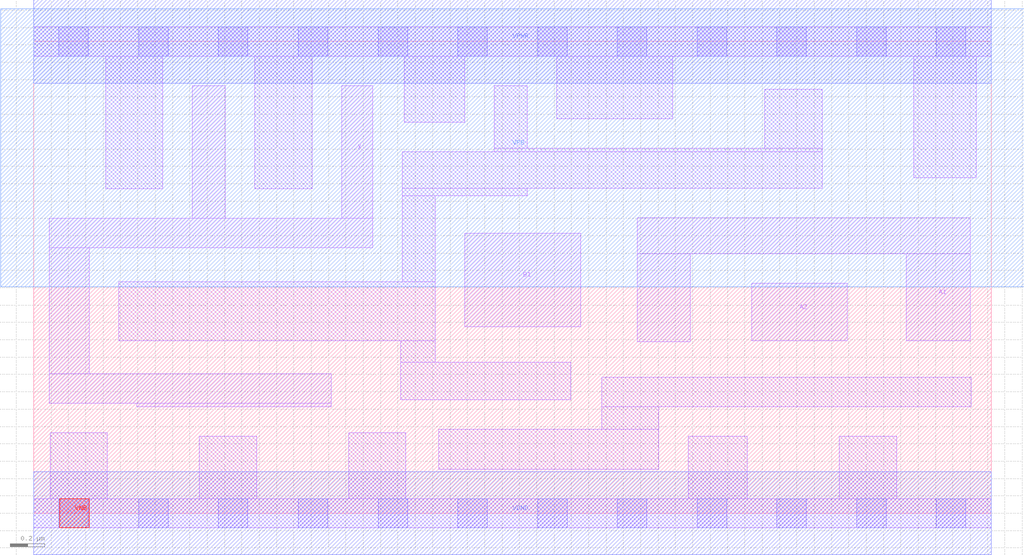
<source format=lef>
# Copyright 2020 The SkyWater PDK Authors
#
# Licensed under the Apache License, Version 2.0 (the "License");
# you may not use this file except in compliance with the License.
# You may obtain a copy of the License at
#
#     https://www.apache.org/licenses/LICENSE-2.0
#
# Unless required by applicable law or agreed to in writing, software
# distributed under the License is distributed on an "AS IS" BASIS,
# WITHOUT WARRANTIES OR CONDITIONS OF ANY KIND, either express or implied.
# See the License for the specific language governing permissions and
# limitations under the License.
#
# SPDX-License-Identifier: Apache-2.0

VERSION 5.7 ;
  NOWIREEXTENSIONATPIN ON ;
  DIVIDERCHAR "/" ;
  BUSBITCHARS "[]" ;
MACRO sky130_fd_sc_hd__o21a_4
  CLASS CORE ;
  FOREIGN sky130_fd_sc_hd__o21a_4 ;
  ORIGIN  0.000000  0.000000 ;
  SIZE  5.520000 BY  2.720000 ;
  SYMMETRY X Y R90 ;
  SITE unithd ;
  PIN A1
    ANTENNAGATEAREA  0.495000 ;
    DIRECTION INPUT ;
    USE SIGNAL ;
    PORT
      LAYER li1 ;
        RECT 3.480000 0.990000 3.785000 1.495000 ;
        RECT 3.480000 1.495000 5.400000 1.705000 ;
        RECT 5.030000 0.995000 5.400000 1.495000 ;
    END
  END A1
  PIN A2
    ANTENNAGATEAREA  0.495000 ;
    DIRECTION INPUT ;
    USE SIGNAL ;
    PORT
      LAYER li1 ;
        RECT 4.140000 0.995000 4.690000 1.325000 ;
    END
  END A2
  PIN B1
    ANTENNAGATEAREA  0.495000 ;
    DIRECTION INPUT ;
    USE SIGNAL ;
    PORT
      LAYER li1 ;
        RECT 2.485000 1.075000 3.155000 1.615000 ;
    END
  END B1
  PIN X
    ANTENNADIFFAREA  0.924000 ;
    DIRECTION OUTPUT ;
    USE SIGNAL ;
    PORT
      LAYER li1 ;
        RECT 0.090000 0.635000 1.715000 0.805000 ;
        RECT 0.090000 0.805000 0.320000 1.530000 ;
        RECT 0.090000 1.530000 1.955000 1.700000 ;
        RECT 0.595000 0.615000 1.715000 0.635000 ;
        RECT 0.915000 1.700000 1.105000 2.465000 ;
        RECT 1.775000 1.700000 1.955000 2.465000 ;
    END
  END X
  PIN VGND
    DIRECTION INOUT ;
    SHAPE ABUTMENT ;
    USE GROUND ;
    PORT
      LAYER met1 ;
        RECT 0.000000 -0.240000 5.520000 0.240000 ;
    END
  END VGND
  PIN VNB
    DIRECTION INOUT ;
    USE GROUND ;
    PORT
      LAYER pwell ;
        RECT 0.150000 -0.085000 0.320000 0.085000 ;
    END
  END VNB
  PIN VPB
    DIRECTION INOUT ;
    USE POWER ;
    PORT
      LAYER nwell ;
        RECT -0.190000 1.305000 5.710000 2.910000 ;
    END
  END VPB
  PIN VPWR
    DIRECTION INOUT ;
    SHAPE ABUTMENT ;
    USE POWER ;
    PORT
      LAYER met1 ;
        RECT 0.000000 2.480000 5.520000 2.960000 ;
    END
  END VPWR
  OBS
    LAYER li1 ;
      RECT 0.000000 -0.085000 5.520000 0.085000 ;
      RECT 0.000000  2.635000 5.520000 2.805000 ;
      RECT 0.095000  0.085000 0.425000 0.465000 ;
      RECT 0.415000  1.870000 0.745000 2.635000 ;
      RECT 0.490000  0.995000 2.315000 1.335000 ;
      RECT 0.955000  0.085000 1.285000 0.445000 ;
      RECT 1.275000  1.870000 1.605000 2.635000 ;
      RECT 1.815000  0.085000 2.145000 0.465000 ;
      RECT 2.115000  0.655000 3.095000 0.870000 ;
      RECT 2.115000  0.870000 2.315000 0.995000 ;
      RECT 2.125000  1.335000 2.315000 1.830000 ;
      RECT 2.125000  1.830000 2.845000 1.875000 ;
      RECT 2.125000  1.875000 4.545000 2.085000 ;
      RECT 2.135000  2.255000 2.485000 2.635000 ;
      RECT 2.335000  0.255000 3.605000 0.485000 ;
      RECT 2.655000  2.085000 4.545000 2.105000 ;
      RECT 2.655000  2.105000 2.845000 2.465000 ;
      RECT 3.015000  2.275000 3.685000 2.635000 ;
      RECT 3.275000  0.485000 3.605000 0.615000 ;
      RECT 3.275000  0.615000 5.405000 0.785000 ;
      RECT 3.775000  0.085000 4.115000 0.445000 ;
      RECT 4.215000  2.105000 4.545000 2.445000 ;
      RECT 4.645000  0.085000 4.975000 0.445000 ;
      RECT 5.075000  1.935000 5.435000 2.635000 ;
    LAYER mcon ;
      RECT 0.145000 -0.085000 0.315000 0.085000 ;
      RECT 0.145000  2.635000 0.315000 2.805000 ;
      RECT 0.605000 -0.085000 0.775000 0.085000 ;
      RECT 0.605000  2.635000 0.775000 2.805000 ;
      RECT 1.065000 -0.085000 1.235000 0.085000 ;
      RECT 1.065000  2.635000 1.235000 2.805000 ;
      RECT 1.525000 -0.085000 1.695000 0.085000 ;
      RECT 1.525000  2.635000 1.695000 2.805000 ;
      RECT 1.985000 -0.085000 2.155000 0.085000 ;
      RECT 1.985000  2.635000 2.155000 2.805000 ;
      RECT 2.445000 -0.085000 2.615000 0.085000 ;
      RECT 2.445000  2.635000 2.615000 2.805000 ;
      RECT 2.905000 -0.085000 3.075000 0.085000 ;
      RECT 2.905000  2.635000 3.075000 2.805000 ;
      RECT 3.365000 -0.085000 3.535000 0.085000 ;
      RECT 3.365000  2.635000 3.535000 2.805000 ;
      RECT 3.825000 -0.085000 3.995000 0.085000 ;
      RECT 3.825000  2.635000 3.995000 2.805000 ;
      RECT 4.285000 -0.085000 4.455000 0.085000 ;
      RECT 4.285000  2.635000 4.455000 2.805000 ;
      RECT 4.745000 -0.085000 4.915000 0.085000 ;
      RECT 4.745000  2.635000 4.915000 2.805000 ;
      RECT 5.205000 -0.085000 5.375000 0.085000 ;
      RECT 5.205000  2.635000 5.375000 2.805000 ;
  END
END sky130_fd_sc_hd__o21a_4
END LIBRARY

</source>
